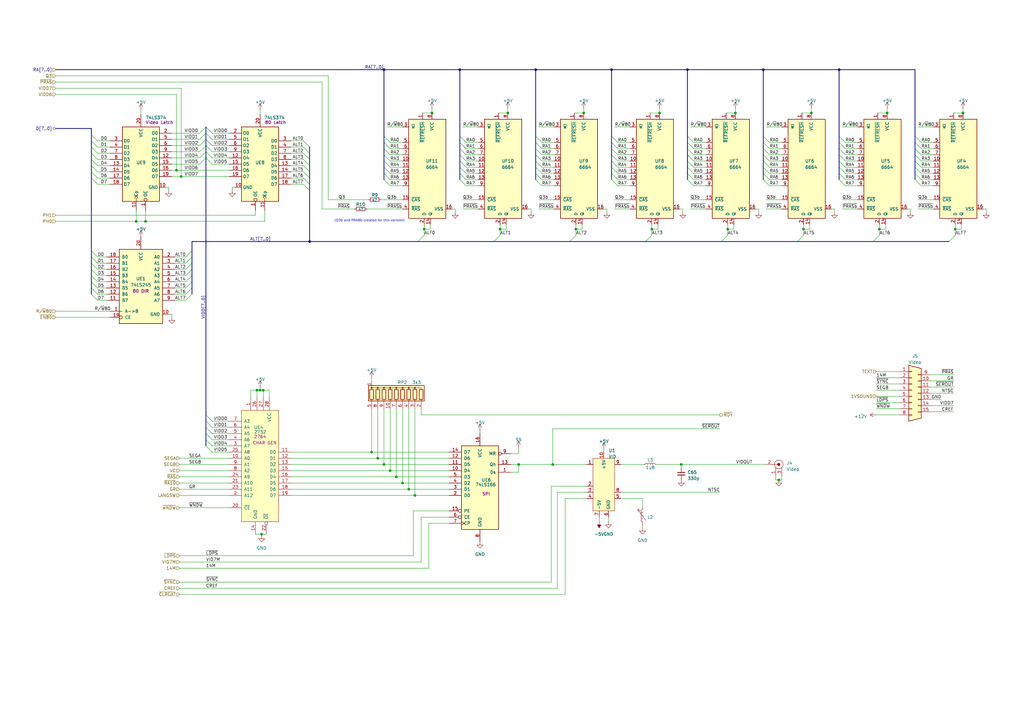
<source format=kicad_sch>
(kicad_sch (version 20231120) (generator "eeschema") (generator_version "8.0")
  (paper "A3")
  (title_block (title "Video And Aux RAM") (date "2023-05-05") (rev "2") (company "bald.ee/bitpreserve") (comment 1 "Apple IIc ROM255"))
  (junction (at 165.1 198.12))
  (junction (at 157.48 190.5))
  (junction (at 160.02 193.04))
  (junction (at 157.48 28.575))
  (junction (at 188.595 28.575))
  (junction (at 363.855 46.355))
  (junction (at 107.315 219.075))
  (junction (at 250.825 28.575))
  (junction (at 154.94 187.96))
  (junction (at 127 99.06))
  (junction (at 267.335 93.98))
  (junction (at 298.45 93.98))
  (junction (at 107.95 160.02))
  (junction (at 279.4 190.5))
  (junction (at 236.22 93.98))
  (junction (at 72.39 69.85))
  (junction (at 313.055 28.575))
  (junction (at 59.69 90.805))
  (junction (at 74.295 72.39))
  (junction (at 391.795 93.98))
  (junction (at 170.18 203.2))
  (junction (at 152.4 185.42))
  (junction (at 162.56 195.58))
  (junction (at 212.725 190.5))
  (junction (at 167.64 200.66))
  (junction (at 226.695 190.5))
  (junction (at 281.94 28.575))
  (junction (at 105.41 160.02))
  (junction (at 208.28 46.355))
  (junction (at 219.71 28.575))
  (junction (at 394.97 46.355))
  (junction (at 270.51 46.355))
  (junction (at 319.405 196.85))
  (junction (at 329.565 93.98))
  (junction (at 301.625 46.355))
  (junction (at 205.105 93.98))
  (junction (at 106.68 160.02))
  (junction (at 360.68 93.98))
  (junction (at 55.88 90.805))
  (junction (at 239.395 46.355))
  (junction (at 173.99 93.98))
  (junction (at 344.17 28.575))
  (junction (at 177.165 46.355))
  (junction (at 332.74 46.355))
  (bus_entry (at 250.825 68.58) (size 2.54 2.54))
  (bus_entry (at 344.17 71.12) (size 2.54 2.54))
  (bus_entry (at 124.46 62.865) (size 2.54 2.54))
  (bus_entry (at 219.71 55.88) (size 2.54 2.54))
  (bus_entry (at 37.465 57.785) (size 2.54 2.54))
  (bus_entry (at 281.94 71.12) (size 2.54 2.54))
  (bus_entry (at 188.595 60.96) (size 2.54 2.54))
  (bus_entry (at 344.17 68.58) (size 2.54 2.54))
  (bus_entry (at 188.595 71.12) (size 2.54 2.54))
  (bus_entry (at 37.465 105.41) (size 2.54 2.54))
  (bus_entry (at 84.455 177.8) (size 2.54 2.54))
  (bus_entry (at 313.055 71.12) (size 2.54 2.54))
  (bus_entry (at 250.825 60.96) (size 2.54 2.54))
  (bus_entry (at 250.825 58.42) (size 2.54 2.54))
  (bus_entry (at 375.285 58.42) (size 2.54 2.54))
  (bus_entry (at 157.48 60.96) (size 2.54 2.54))
  (bus_entry (at 37.465 115.57) (size 2.54 2.54))
  (bus_entry (at 219.71 63.5) (size 2.54 2.54))
  (bus_entry (at 188.595 63.5) (size 2.54 2.54))
  (bus_entry (at 219.71 60.96) (size 2.54 2.54))
  (bus_entry (at 157.48 66.04) (size 2.54 2.54))
  (bus_entry (at 37.465 118.11) (size 2.54 2.54))
  (bus_entry (at 313.055 63.5) (size 2.54 2.54))
  (bus_entry (at 81.915 62.23) (size 2.54 -2.54))
  (bus_entry (at 37.465 102.87) (size 2.54 2.54))
  (bus_entry (at 157.48 73.66) (size 2.54 2.54))
  (bus_entry (at 157.48 55.88) (size 2.54 2.54))
  (bus_entry (at 37.465 62.865) (size 2.54 2.54))
  (bus_entry (at 37.465 70.485) (size 2.54 2.54))
  (bus_entry (at 188.595 66.04) (size 2.54 2.54))
  (bus_entry (at 124.46 57.785) (size 2.54 2.54))
  (bus_entry (at 358.14 99.06) (size 2.54 -2.54))
  (bus_entry (at 84.455 59.69) (size 2.54 2.54))
  (bus_entry (at 389.255 99.06) (size 2.54 -2.54))
  (bus_entry (at 188.595 68.58) (size 2.54 2.54))
  (bus_entry (at 76.2 123.19) (size 2.54 -2.54))
  (bus_entry (at 84.455 172.72) (size 2.54 2.54))
  (bus_entry (at 124.46 67.945) (size 2.54 2.54))
  (bus_entry (at 313.055 58.42) (size 2.54 2.54))
  (bus_entry (at 157.48 71.12) (size 2.54 2.54))
  (bus_entry (at 84.455 175.26) (size 2.54 2.54))
  (bus_entry (at 37.465 107.95) (size 2.54 2.54))
  (bus_entry (at 281.94 68.58) (size 2.54 2.54))
  (bus_entry (at 81.915 54.61) (size 2.54 -2.54))
  (bus_entry (at 250.825 66.04) (size 2.54 2.54))
  (bus_entry (at 37.465 113.03) (size 2.54 2.54))
  (bus_entry (at 313.055 55.88) (size 2.54 2.54))
  (bus_entry (at 375.285 71.12) (size 2.54 2.54))
  (bus_entry (at 76.2 107.95) (size 2.54 -2.54))
  (bus_entry (at 188.595 55.88) (size 2.54 2.54))
  (bus_entry (at 219.71 58.42) (size 2.54 2.54))
  (bus_entry (at 157.48 68.58) (size 2.54 2.54))
  (bus_entry (at 219.71 66.04) (size 2.54 2.54))
  (bus_entry (at 37.465 55.245) (size 2.54 2.54))
  (bus_entry (at 344.17 66.04) (size 2.54 2.54))
  (bus_entry (at 281.94 60.96) (size 2.54 2.54))
  (bus_entry (at 37.465 60.325) (size 2.54 2.54))
  (bus_entry (at 157.48 63.5) (size 2.54 2.54))
  (bus_entry (at 81.915 67.31) (size 2.54 -2.54))
  (bus_entry (at 76.2 120.65) (size 2.54 -2.54))
  (bus_entry (at 84.455 62.23) (size 2.54 2.54))
  (bus_entry (at 375.285 63.5) (size 2.54 2.54))
  (bus_entry (at 124.46 70.485) (size 2.54 2.54))
  (bus_entry (at 76.2 110.49) (size 2.54 -2.54))
  (bus_entry (at 37.465 67.945) (size 2.54 2.54))
  (bus_entry (at 327.025 99.06) (size 2.54 -2.54))
  (bus_entry (at 344.17 55.88) (size 2.54 2.54))
  (bus_entry (at 81.915 57.15) (size 2.54 -2.54))
  (bus_entry (at 250.825 63.5) (size 2.54 2.54))
  (bus_entry (at 219.71 68.58) (size 2.54 2.54))
  (bus_entry (at 37.465 65.405) (size 2.54 2.54))
  (bus_entry (at 84.455 180.34) (size 2.54 2.54))
  (bus_entry (at 171.45 99.06) (size 2.54 -2.54))
  (bus_entry (at 76.2 115.57) (size 2.54 -2.54))
  (bus_entry (at 76.2 105.41) (size 2.54 -2.54))
  (bus_entry (at 188.595 73.66) (size 2.54 2.54))
  (bus_entry (at 375.285 73.66) (size 2.54 2.54))
  (bus_entry (at 219.71 73.66) (size 2.54 2.54))
  (bus_entry (at 37.465 110.49) (size 2.54 2.54))
  (bus_entry (at 313.055 60.96) (size 2.54 2.54))
  (bus_entry (at 250.825 55.88) (size 2.54 2.54))
  (bus_entry (at 81.915 59.69) (size 2.54 -2.54))
  (bus_entry (at 157.48 58.42) (size 2.54 2.54))
  (bus_entry (at 124.46 65.405) (size 2.54 2.54))
  (bus_entry (at 37.465 120.65) (size 2.54 2.54))
  (bus_entry (at 84.455 170.18) (size 2.54 2.54))
  (bus_entry (at 250.825 71.12) (size 2.54 2.54))
  (bus_entry (at 250.825 73.66) (size 2.54 2.54))
  (bus_entry (at 344.17 58.42) (size 2.54 2.54))
  (bus_entry (at 375.285 60.96) (size 2.54 2.54))
  (bus_entry (at 344.17 63.5) (size 2.54 2.54))
  (bus_entry (at 295.91 99.06) (size 2.54 -2.54))
  (bus_entry (at 84.455 52.07) (size 2.54 2.54))
  (bus_entry (at 281.94 73.66) (size 2.54 2.54))
  (bus_entry (at 313.055 73.66) (size 2.54 2.54))
  (bus_entry (at 84.455 57.15) (size 2.54 2.54))
  (bus_entry (at 375.285 68.58) (size 2.54 2.54))
  (bus_entry (at 76.2 113.03) (size 2.54 -2.54))
  (bus_entry (at 76.2 118.11) (size 2.54 -2.54))
  (bus_entry (at 202.565 99.06) (size 2.54 -2.54))
  (bus_entry (at 81.915 64.77) (size 2.54 -2.54))
  (bus_entry (at 219.71 71.12) (size 2.54 2.54))
  (bus_entry (at 344.17 60.96) (size 2.54 2.54))
  (bus_entry (at 344.17 73.66) (size 2.54 2.54))
  (bus_entry (at 188.595 58.42) (size 2.54 2.54))
  (bus_entry (at 233.68 99.06) (size 2.54 -2.54))
  (bus_entry (at 124.46 60.325) (size 2.54 2.54))
  (bus_entry (at 313.055 66.04) (size 2.54 2.54))
  (bus_entry (at 86.995 185.42) (size -2.54 -2.54))
  (bus_entry (at 264.795 99.06) (size 2.54 -2.54))
  (bus_entry (at 375.285 66.04) (size 2.54 2.54))
  (bus_entry (at 375.285 55.88) (size 2.54 2.54))
  (bus_entry (at 281.94 55.88) (size 2.54 2.54))
  (bus_entry (at 124.46 75.565) (size 2.54 2.54))
  (bus_entry (at 281.94 58.42) (size 2.54 2.54))
  (bus_entry (at 84.455 54.61) (size 2.54 2.54))
  (bus_entry (at 124.46 73.025) (size 2.54 2.54))
  (bus_entry (at 86.995 67.31) (size -2.54 -2.54))
  (bus_entry (at 281.94 66.04) (size 2.54 2.54))
  (bus_entry (at 313.055 68.58) (size 2.54 2.54))
  (bus_entry (at 281.94 63.5) (size 2.54 2.54))
  (bus_entry (at 37.465 73.025) (size 2.54 2.54))
  (wire (pts (xy 314.325 85.725) (xy 320.675 85.725)))
  (wire (pts (xy 150.495 85.725) (xy 165.1 85.725)))
  (wire (pts (xy 359.41 157.48) (xy 368.935 157.48)))
  (bus (pts (xy 127 70.485) (xy 127 73.025)))
  (wire (pts (xy 169.545 209.55) (xy 169.545 227.965)))
  (bus (pts (xy 37.465 65.405) (xy 37.465 62.865)))
  (wire (pts (xy 311.15 85.725) (xy 311.15 86.995)))
  (wire (pts (xy 106.68 160.02) (xy 107.95 160.02)))
  (bus (pts (xy 78.74 105.41) (xy 78.74 107.95)))
  (bus (pts (xy 157.48 60.96) (xy 157.48 63.5)))
  (wire (pts (xy 315.595 63.5) (xy 320.675 63.5)))
  (bus (pts (xy 127 67.945) (xy 127 70.485)))
  (bus (pts (xy 344.17 28.575) (xy 375.285 28.575)))
  (wire (pts (xy 172.72 212.09) (xy 172.72 230.505)))
  (bus (pts (xy 157.48 63.5) (xy 157.48 66.04)))
  (wire (pts (xy 253.365 71.12) (xy 258.445 71.12)))
  (bus (pts (xy 313.055 71.12) (xy 313.055 73.66)))
  (wire (pts (xy 152.4 154.94) (xy 152.4 156.21)))
  (bus (pts (xy 22.86 28.575) (xy 157.48 28.575)))
  (wire (pts (xy 329.565 93.98) (xy 329.565 92.075)))
  (bus (pts (xy 281.94 55.88) (xy 281.94 58.42)))
  (wire (pts (xy 363.22 92.075) (xy 363.22 93.98)))
  (wire (pts (xy 22.86 90.805) (xy 55.88 90.805)))
  (wire (pts (xy 235.585 46.355) (xy 239.395 46.355)))
  (wire (pts (xy 191.135 71.12) (xy 196.215 71.12)))
  (bus (pts (xy 127 75.565) (xy 127 78.105)))
  (bus (pts (xy 344.17 66.04) (xy 344.17 68.58)))
  (wire (pts (xy 86.995 54.61) (xy 93.98 54.61)))
  (bus (pts (xy 281.94 28.575) (xy 281.94 55.88)))
  (bus (pts (xy 188.595 28.575) (xy 188.595 55.88)))
  (wire (pts (xy 363.22 93.98) (xy 360.68 93.98)))
  (wire (pts (xy 160.02 68.58) (xy 165.1 68.58)))
  (wire (pts (xy 280.035 85.725) (xy 280.035 86.995)))
  (bus (pts (xy 37.465 62.865) (xy 37.465 60.325)))
  (wire (pts (xy 222.25 66.04) (xy 227.33 66.04)))
  (wire (pts (xy 184.15 212.09) (xy 172.72 212.09)))
  (wire (pts (xy 67.945 76.835) (xy 69.215 76.835)))
  (bus (pts (xy 281.94 58.42) (xy 281.94 60.96)))
  (wire (pts (xy 104.775 86.36) (xy 104.775 88.265)))
  (wire (pts (xy 40.005 123.19) (xy 43.815 123.19)))
  (wire (pts (xy 70.485 128.905) (xy 70.485 130.175)))
  (wire (pts (xy 191.135 63.5) (xy 196.215 63.5)))
  (wire (pts (xy 71.755 118.11) (xy 76.2 118.11)))
  (bus (pts (xy 188.595 63.5) (xy 188.595 66.04)))
  (wire (pts (xy 40.005 70.485) (xy 45.085 70.485)))
  (wire (pts (xy 212.725 183.515) (xy 212.725 186.055)))
  (wire (pts (xy 284.48 60.96) (xy 289.56 60.96)))
  (wire (pts (xy 216.535 85.725) (xy 217.805 85.725)))
  (bus (pts (xy 264.795 99.06) (xy 295.91 99.06)))
  (wire (pts (xy 119.38 198.12) (xy 165.1 198.12)))
  (wire (pts (xy 40.005 107.95) (xy 43.815 107.95)))
  (bus (pts (xy 188.595 66.04) (xy 188.595 68.58)))
  (wire (pts (xy 73.66 227.965) (xy 169.545 227.965)))
  (wire (pts (xy 253.365 68.58) (xy 258.445 68.58)))
  (wire (pts (xy 186.69 85.725) (xy 186.69 86.995)))
  (bus (pts (xy 37.465 113.03) (xy 37.465 110.49)))
  (wire (pts (xy 208.28 44.45) (xy 208.28 46.355)))
  (wire (pts (xy 72.39 38.735) (xy 72.39 69.85)))
  (bus (pts (xy 375.285 66.04) (xy 375.285 68.58)))
  (wire (pts (xy 70.485 64.77) (xy 81.915 64.77)))
  (bus (pts (xy 84.455 172.72) (xy 84.455 175.26)))
  (wire (pts (xy 40.005 120.65) (xy 43.815 120.65)))
  (wire (pts (xy 184.15 209.55) (xy 169.545 209.55)))
  (bus (pts (xy 37.465 107.95) (xy 37.465 105.41)))
  (wire (pts (xy 314.325 81.915) (xy 320.675 81.915)))
  (bus (pts (xy 84.455 57.15) (xy 84.455 59.69)))
  (wire (pts (xy 209.55 190.5) (xy 212.725 190.5)))
  (bus (pts (xy 37.465 118.11) (xy 37.465 115.57)))
  (wire (pts (xy 252.095 52.07) (xy 258.445 52.07)))
  (wire (pts (xy 40.005 60.325) (xy 45.085 60.325)))
  (wire (pts (xy 373.38 85.725) (xy 373.38 86.995)))
  (bus (pts (xy 22.86 52.705) (xy 37.465 52.705)))
  (wire (pts (xy 160.02 66.04) (xy 165.1 66.04)))
  (bus (pts (xy 37.465 55.245) (xy 37.465 52.705)))
  (wire (pts (xy 252.095 85.725) (xy 258.445 85.725)))
  (wire (pts (xy 175.895 214.63) (xy 175.895 233.045)))
  (wire (pts (xy 22.86 127.635) (xy 45.085 127.635)))
  (wire (pts (xy 108.585 86.36) (xy 108.585 90.805)))
  (wire (pts (xy 254.635 204.47) (xy 263.525 204.47)))
  (wire (pts (xy 284.48 68.58) (xy 289.56 68.58)))
  (wire (pts (xy 346.71 58.42) (xy 351.79 58.42)))
  (bus (pts (xy 250.825 66.04) (xy 250.825 68.58)))
  (wire (pts (xy 315.595 73.66) (xy 320.675 73.66)))
  (bus (pts (xy 171.45 99.06) (xy 202.565 99.06)))
  (bus (pts (xy 188.595 71.12) (xy 188.595 73.66)))
  (bus (pts (xy 157.48 68.58) (xy 157.48 71.12)))
  (wire (pts (xy 105.41 160.02) (xy 105.41 163.195)))
  (wire (pts (xy 73.66 203.2) (xy 93.98 203.2)))
  (wire (pts (xy 376.555 81.915) (xy 382.905 81.915)))
  (wire (pts (xy 160.02 71.12) (xy 165.1 71.12)))
  (wire (pts (xy 269.875 92.075) (xy 269.875 93.98)))
  (wire (pts (xy 263.525 204.47) (xy 263.525 207.645)))
  (wire (pts (xy 377.825 58.42) (xy 382.905 58.42)))
  (wire (pts (xy 167.64 200.66) (xy 184.15 200.66)))
  (wire (pts (xy 69.215 76.835) (xy 69.215 78.105)))
  (wire (pts (xy 160.02 63.5) (xy 165.1 63.5)))
  (wire (pts (xy 70.485 57.15) (xy 81.915 57.15)))
  (bus (pts (xy 127 73.025) (xy 127 75.565)))
  (wire (pts (xy 73.66 187.96) (xy 93.98 187.96)))
  (wire (pts (xy 70.485 69.85) (xy 72.39 69.85)))
  (wire (pts (xy 345.44 85.725) (xy 351.79 85.725)))
  (wire (pts (xy 270.51 44.45) (xy 270.51 46.355)))
  (wire (pts (xy 86.995 67.31) (xy 93.98 67.31)))
  (wire (pts (xy 381.635 156.21) (xy 391.16 156.21)))
  (wire (pts (xy 71.755 123.19) (xy 76.2 123.19)))
  (wire (pts (xy 269.875 93.98) (xy 267.335 93.98)))
  (wire (pts (xy 394.97 44.45) (xy 394.97 46.355)))
  (wire (pts (xy 249.555 212.09) (xy 249.555 213.995)))
  (wire (pts (xy 226.06 199.39) (xy 226.06 238.76)))
  (wire (pts (xy 191.135 58.42) (xy 196.215 58.42)))
  (wire (pts (xy 377.825 73.66) (xy 382.905 73.66)))
  (wire (pts (xy 170.18 203.2) (xy 184.15 203.2)))
  (wire (pts (xy 40.005 65.405) (xy 45.085 65.405)))
  (wire (pts (xy 231.775 204.47) (xy 240.665 204.47)))
  (wire (pts (xy 74.295 72.39) (xy 74.295 36.195)))
  (wire (pts (xy 119.38 75.565) (xy 124.46 75.565)))
  (bus (pts (xy 84.455 170.18) (xy 84.455 172.72)))
  (bus (pts (xy 78.74 110.49) (xy 78.74 113.03)))
  (wire (pts (xy 301.625 44.45) (xy 301.625 46.355)))
  (bus (pts (xy 219.71 60.96) (xy 219.71 63.5)))
  (bus (pts (xy 250.825 71.12) (xy 250.825 73.66)))
  (wire (pts (xy 73.66 233.045) (xy 175.895 233.045)))
  (bus (pts (xy 250.825 28.575) (xy 250.825 55.88)))
  (wire (pts (xy 217.805 85.725) (xy 217.805 86.995)))
  (wire (pts (xy 185.42 85.725) (xy 186.69 85.725)))
  (wire (pts (xy 102.87 160.02) (xy 105.41 160.02)))
  (bus (pts (xy 313.055 60.96) (xy 313.055 63.5)))
  (wire (pts (xy 376.555 52.07) (xy 382.905 52.07)))
  (wire (pts (xy 220.98 85.725) (xy 227.33 85.725)))
  (bus (pts (xy 127 99.06) (xy 171.45 99.06)))
  (wire (pts (xy 207.645 92.075) (xy 207.645 93.98)))
  (bus (pts (xy 250.825 58.42) (xy 250.825 60.96)))
  (wire (pts (xy 284.48 63.5) (xy 289.56 63.5)))
  (bus (pts (xy 313.055 55.88) (xy 313.055 58.42)))
  (wire (pts (xy 359.41 167.64) (xy 368.935 167.64)))
  (wire (pts (xy 22.86 33.655) (xy 132.08 33.655)))
  (wire (pts (xy 86.995 62.23) (xy 93.98 62.23)))
  (wire (pts (xy 119.38 65.405) (xy 124.46 65.405)))
  (wire (pts (xy 86.995 177.8) (xy 93.98 177.8)))
  (wire (pts (xy 189.865 52.07) (xy 196.215 52.07)))
  (wire (pts (xy 359.41 154.94) (xy 368.935 154.94)))
  (wire (pts (xy 220.98 52.07) (xy 227.33 52.07)))
  (bus (pts (xy 37.465 60.325) (xy 37.465 57.785)))
  (wire (pts (xy 279.4 190.5) (xy 279.4 191.77)))
  (bus (pts (xy 78.74 115.57) (xy 78.74 118.11)))
  (wire (pts (xy 314.325 52.07) (xy 320.675 52.07)))
  (wire (pts (xy 86.995 182.88) (xy 93.98 182.88)))
  (wire (pts (xy 176.53 93.98) (xy 173.99 93.98)))
  (wire (pts (xy 86.995 180.34) (xy 93.98 180.34)))
  (wire (pts (xy 254.635 201.93) (xy 295.275 201.93)))
  (wire (pts (xy 71.755 105.41) (xy 76.2 105.41)))
  (wire (pts (xy 320.675 196.85) (xy 319.405 196.85)))
  (wire (pts (xy 160.02 193.04) (xy 184.15 193.04)))
  (wire (pts (xy 107.95 160.02) (xy 110.49 160.02)))
  (bus (pts (xy 37.465 57.785) (xy 37.465 55.245)))
  (bus (pts (xy 84.455 175.26) (xy 84.455 177.8)))
  (wire (pts (xy 191.135 66.04) (xy 196.215 66.04)))
  (wire (pts (xy 106.68 158.75) (xy 106.68 160.02)))
  (wire (pts (xy 212.725 193.675) (xy 212.725 190.5)))
  (wire (pts (xy 73.66 230.505) (xy 172.72 230.505)))
  (wire (pts (xy 154.94 167.64) (xy 154.94 187.96)))
  (wire (pts (xy 172.72 170.18) (xy 295.275 170.18)))
  (wire (pts (xy 381.635 153.67) (xy 391.16 153.67)))
  (wire (pts (xy 247.65 184.15) (xy 247.65 185.42)))
  (bus (pts (xy 375.285 55.88) (xy 375.285 58.42)))
  (wire (pts (xy 73.66 198.12) (xy 93.98 198.12)))
  (wire (pts (xy 191.135 68.58) (xy 196.215 68.58)))
  (wire (pts (xy 162.56 195.58) (xy 184.15 195.58)))
  (wire (pts (xy 73.66 243.84) (xy 231.775 243.84)))
  (wire (pts (xy 298.45 93.98) (xy 298.45 96.52)))
  (wire (pts (xy 226.06 199.39) (xy 240.665 199.39)))
  (bus (pts (xy 344.17 58.42) (xy 344.17 60.96)))
  (bus (pts (xy 344.17 28.575) (xy 344.17 55.88)))
  (wire (pts (xy 226.695 190.5) (xy 226.695 175.895)))
  (wire (pts (xy 55.88 86.36) (xy 55.88 90.805)))
  (wire (pts (xy 40.005 57.785) (xy 45.085 57.785)))
  (bus (pts (xy 295.91 99.06) (xy 327.025 99.06)))
  (wire (pts (xy 160.02 73.66) (xy 165.1 73.66)))
  (wire (pts (xy 222.25 76.2) (xy 227.33 76.2)))
  (wire (pts (xy 157.48 190.5) (xy 184.15 190.5)))
  (bus (pts (xy 313.055 28.575) (xy 313.055 55.88)))
  (wire (pts (xy 157.48 167.64) (xy 157.48 190.5)))
  (bus (pts (xy 375.285 28.575) (xy 375.285 55.88)))
  (wire (pts (xy 86.995 57.15) (xy 93.98 57.15)))
  (wire (pts (xy 345.44 81.915) (xy 351.79 81.915)))
  (bus (pts (xy 281.94 60.96) (xy 281.94 63.5)))
  (wire (pts (xy 309.88 85.725) (xy 311.15 85.725)))
  (wire (pts (xy 332.105 93.98) (xy 329.565 93.98)))
  (bus (pts (xy 375.285 71.12) (xy 375.285 73.66)))
  (wire (pts (xy 40.005 73.025) (xy 45.085 73.025)))
  (wire (pts (xy 283.21 52.07) (xy 289.56 52.07)))
  (wire (pts (xy 209.55 186.055) (xy 212.725 186.055)))
  (wire (pts (xy 73.66 195.58) (xy 93.98 195.58)))
  (wire (pts (xy 226.695 175.895) (xy 295.275 175.895)))
  (wire (pts (xy 248.92 85.725) (xy 248.92 86.995)))
  (bus (pts (xy 188.595 68.58) (xy 188.595 71.12)))
  (bus (pts (xy 188.595 55.88) (xy 188.595 58.42)))
  (bus (pts (xy 219.71 58.42) (xy 219.71 60.96)))
  (wire (pts (xy 253.365 73.66) (xy 258.445 73.66)))
  (bus (pts (xy 157.48 55.88) (xy 157.48 58.42)))
  (wire (pts (xy 22.86 31.115) (xy 134.62 31.115)))
  (wire (pts (xy 345.44 52.07) (xy 351.79 52.07)))
  (bus (pts (xy 281.94 68.58) (xy 281.94 71.12)))
  (wire (pts (xy 162.56 167.64) (xy 162.56 195.58)))
  (bus (pts (xy 219.71 28.575) (xy 219.71 55.88)))
  (wire (pts (xy 346.71 73.66) (xy 351.79 73.66)))
  (wire (pts (xy 86.995 185.42) (xy 93.98 185.42)))
  (bus (pts (xy 37.465 105.41) (xy 37.465 102.87)))
  (wire (pts (xy 236.22 93.98) (xy 236.22 92.075)))
  (wire (pts (xy 377.825 76.2) (xy 382.905 76.2)))
  (wire (pts (xy 394.335 92.075) (xy 394.335 93.98)))
  (bus (pts (xy 127 62.865) (xy 127 65.405)))
  (wire (pts (xy 70.485 54.61) (xy 81.915 54.61)))
  (bus (pts (xy 219.71 71.12) (xy 219.71 73.66)))
  (bus (pts (xy 344.17 60.96) (xy 344.17 63.5)))
  (bus (pts (xy 219.71 55.88) (xy 219.71 58.42)))
  (bus (pts (xy 375.285 63.5) (xy 375.285 66.04)))
  (bus (pts (xy 375.285 68.58) (xy 375.285 71.12)))
  (wire (pts (xy 391.16 46.355) (xy 394.97 46.355)))
  (wire (pts (xy 284.48 58.42) (xy 289.56 58.42)))
  (wire (pts (xy 119.38 60.325) (xy 124.46 60.325)))
  (wire (pts (xy 222.25 68.58) (xy 227.33 68.58)))
  (wire (pts (xy 359.41 162.56) (xy 368.935 162.56)))
  (wire (pts (xy 372.11 85.725) (xy 373.38 85.725)))
  (wire (pts (xy 119.38 190.5) (xy 157.48 190.5)))
  (wire (pts (xy 132.08 33.655) (xy 132.08 85.725)))
  (wire (pts (xy 377.825 71.12) (xy 382.905 71.12)))
  (bus (pts (xy 250.825 28.575) (xy 281.94 28.575)))
  (wire (pts (xy 119.38 73.025) (xy 124.46 73.025)))
  (wire (pts (xy 70.485 62.23) (xy 81.915 62.23)))
  (bus (pts (xy 127 78.105) (xy 127 99.06)))
  (wire (pts (xy 283.21 85.725) (xy 289.56 85.725)))
  (wire (pts (xy 73.66 200.66) (xy 93.98 200.66)))
  (wire (pts (xy 74.295 72.39) (xy 93.98 72.39)))
  (wire (pts (xy 107.315 219.075) (xy 109.22 219.075)))
  (bus (pts (xy 188.595 58.42) (xy 188.595 60.96)))
  (bus (pts (xy 281.94 66.04) (xy 281.94 68.58)))
  (wire (pts (xy 177.165 44.45) (xy 177.165 46.355)))
  (bus (pts (xy 281.94 71.12) (xy 281.94 73.66)))
  (wire (pts (xy 253.365 66.04) (xy 258.445 66.04)))
  (wire (pts (xy 104.775 219.075) (xy 107.315 219.075)))
  (wire (pts (xy 269.24 190.5) (xy 279.4 190.5)))
  (wire (pts (xy 173.355 46.355) (xy 177.165 46.355)))
  (wire (pts (xy 69.215 128.905) (xy 70.485 128.905)))
  (wire (pts (xy 95.25 76.835) (xy 95.25 78.105)))
  (wire (pts (xy 59.69 90.805) (xy 108.585 90.805)))
  (wire (pts (xy 228.6 201.93) (xy 240.665 201.93)))
  (wire (pts (xy 191.135 60.96) (xy 196.215 60.96)))
  (wire (pts (xy 332.74 44.45) (xy 332.74 46.355)))
  (wire (pts (xy 71.755 107.95) (xy 76.2 107.95)))
  (wire (pts (xy 297.815 46.355) (xy 301.625 46.355)))
  (wire (pts (xy 284.48 76.2) (xy 289.56 76.2)))
  (bus (pts (xy 84.455 52.07) (xy 84.455 54.61)))
  (wire (pts (xy 40.005 105.41) (xy 43.815 105.41)))
  (bus (pts (xy 250.825 68.58) (xy 250.825 71.12)))
  (wire (pts (xy 328.93 46.355) (xy 332.74 46.355)))
  (wire (pts (xy 191.135 76.2) (xy 196.215 76.2)))
  (wire (pts (xy 381.635 161.29) (xy 391.16 161.29)))
  (bus (pts (xy 313.055 63.5) (xy 313.055 66.04)))
  (wire (pts (xy 86.995 59.69) (xy 93.98 59.69)))
  (wire (pts (xy 284.48 66.04) (xy 289.56 66.04)))
  (wire (pts (xy 239.395 44.45) (xy 239.395 46.355)))
  (bus (pts (xy 37.465 73.025) (xy 37.465 70.485)))
  (bus (pts (xy 37.465 70.485) (xy 37.465 67.945)))
  (wire (pts (xy 394.335 93.98) (xy 391.795 93.98)))
  (wire (pts (xy 381.635 163.83) (xy 386.08 163.83)))
  (wire (pts (xy 220.98 81.915) (xy 227.33 81.915)))
  (wire (pts (xy 189.865 85.725) (xy 196.215 85.725)))
  (wire (pts (xy 154.94 187.96) (xy 184.15 187.96)))
  (wire (pts (xy 119.38 62.865) (xy 124.46 62.865)))
  (wire (pts (xy 152.4 167.64) (xy 152.4 185.42)))
  (wire (pts (xy 377.825 66.04) (xy 382.905 66.04)))
  (wire (pts (xy 253.365 76.2) (xy 258.445 76.2)))
  (wire (pts (xy 173.99 93.98) (xy 173.99 92.075)))
  (wire (pts (xy 22.86 130.175) (xy 45.085 130.175)))
  (bus (pts (xy 188.595 60.96) (xy 188.595 63.5)))
  (wire (pts (xy 267.335 93.98) (xy 267.335 92.075)))
  (wire (pts (xy 284.48 71.12) (xy 289.56 71.12)))
  (bus (pts (xy 127 60.325) (xy 127 62.865)))
  (wire (pts (xy 158.75 52.07) (xy 165.1 52.07)))
  (wire (pts (xy 238.76 93.98) (xy 236.22 93.98)))
  (wire (pts (xy 156.21 81.915) (xy 165.1 81.915)))
  (wire (pts (xy 170.18 167.64) (xy 170.18 203.2)))
  (wire (pts (xy 205.105 93.98) (xy 205.105 92.075)))
  (wire (pts (xy 360.045 46.355) (xy 363.855 46.355)))
  (bus (pts (xy 37.465 102.87) (xy 37.465 73.025)))
  (wire (pts (xy 71.755 110.49) (xy 76.2 110.49)))
  (wire (pts (xy 315.595 68.58) (xy 320.675 68.58)))
  (wire (pts (xy 346.71 68.58) (xy 351.79 68.58)))
  (wire (pts (xy 391.795 93.98) (xy 391.795 92.075)))
  (wire (pts (xy 346.71 60.96) (xy 351.79 60.96)))
  (bus (pts (xy 84.455 177.8) (xy 84.455 180.34)))
  (wire (pts (xy 119.38 67.945) (xy 124.46 67.945)))
  (bus (pts (xy 358.14 99.06) (xy 389.255 99.06)))
  (wire (pts (xy 279.4 190.5) (xy 314.325 190.5)))
  (wire (pts (xy 245.745 212.09) (xy 245.745 213.995)))
  (wire (pts (xy 119.38 57.785) (xy 124.46 57.785)))
  (bus (pts (xy 157.48 28.575) (xy 188.595 28.575)))
  (wire (pts (xy 253.365 58.42) (xy 258.445 58.42)))
  (wire (pts (xy 132.08 85.725) (xy 145.415 85.725)))
  (bus (pts (xy 219.71 28.575) (xy 250.825 28.575)))
  (bus (pts (xy 281.94 28.575) (xy 313.055 28.575)))
  (bus (pts (xy 157.48 66.04) (xy 157.48 68.58)))
  (wire (pts (xy 160.02 60.96) (xy 165.1 60.96)))
  (wire (pts (xy 346.71 66.04) (xy 351.79 66.04)))
  (wire (pts (xy 22.86 36.195) (xy 74.295 36.195)))
  (wire (pts (xy 376.555 85.725) (xy 382.905 85.725)))
  (wire (pts (xy 377.825 68.58) (xy 382.905 68.58)))
  (wire (pts (xy 40.005 113.03) (xy 43.815 113.03)))
  (bus (pts (xy 250.825 60.96) (xy 250.825 63.5)))
  (bus (pts (xy 37.465 67.945) (xy 37.465 65.405)))
  (wire (pts (xy 252.095 81.915) (xy 258.445 81.915)))
  (wire (pts (xy 55.88 90.805) (xy 59.69 90.805)))
  (wire (pts (xy 205.105 93.98) (xy 205.105 96.52)))
  (wire (pts (xy 165.1 198.12) (xy 184.15 198.12)))
  (bus (pts (xy 281.94 63.5) (xy 281.94 66.04)))
  (wire (pts (xy 342.265 85.725) (xy 342.265 86.995)))
  (wire (pts (xy 152.4 185.42) (xy 184.15 185.42)))
  (wire (pts (xy 119.38 195.58) (xy 162.56 195.58)))
  (bus (pts (xy 127 65.405) (xy 127 67.945)))
  (wire (pts (xy 167.64 167.64) (xy 167.64 200.66)))
  (wire (pts (xy 381.635 158.75) (xy 391.16 158.75)))
  (wire (pts (xy 57.785 45.085) (xy 57.785 46.99)))
  (wire (pts (xy 381.635 168.91) (xy 391.16 168.91)))
  (wire (pts (xy 96.52 76.835) (xy 95.25 76.835)))
  (wire (pts (xy 134.62 31.115) (xy 134.62 81.915)))
  (wire (pts (xy 278.765 85.725) (xy 280.035 85.725)))
  (wire (pts (xy 377.825 60.96) (xy 382.905 60.96)))
  (wire (pts (xy 403.225 85.725) (xy 404.495 85.725)))
  (bus (pts (xy 78.74 113.03) (xy 78.74 115.57)))
  (wire (pts (xy 73.66 190.5) (xy 93.98 190.5)))
  (wire (pts (xy 71.755 113.03) (xy 76.2 113.03)))
  (wire (pts (xy 363.855 44.45) (xy 363.855 46.355)))
  (bus (pts (xy 375.285 60.96) (xy 375.285 63.5)))
  (bus (pts (xy 37.465 120.65) (xy 37.465 118.11)))
  (bus (pts (xy 313.055 68.58) (xy 313.055 71.12)))
  (bus (pts (xy 37.465 110.49) (xy 37.465 107.95)))
  (wire (pts (xy 359.41 152.4) (xy 368.935 152.4)))
  (bus (pts (xy 84.455 59.69) (xy 84.455 62.23)))
  (wire (pts (xy 315.595 71.12) (xy 320.675 71.12)))
  (wire (pts (xy 119.38 193.04) (xy 160.02 193.04)))
  (wire (pts (xy 40.005 110.49) (xy 43.815 110.49)))
  (wire (pts (xy 59.69 86.36) (xy 59.69 90.805)))
  (bus (pts (xy 344.17 68.58) (xy 344.17 71.12)))
  (wire (pts (xy 72.39 69.85) (xy 93.98 69.85)))
  (wire (pts (xy 209.55 193.675) (xy 212.725 193.675)))
  (wire (pts (xy 253.365 60.96) (xy 258.445 60.96)))
  (bus (pts (xy 78.74 118.11) (xy 78.74 120.65)))
  (bus (pts (xy 84.455 64.77) (xy 84.455 170.18)))
  (wire (pts (xy 283.21 81.915) (xy 289.56 81.915)))
  (wire (pts (xy 40.005 115.57) (xy 43.815 115.57)))
  (bus (pts (xy 78.74 107.95) (xy 78.74 110.49)))
  (bus (pts (xy 344.17 55.88) (xy 344.17 58.42)))
  (wire (pts (xy 253.365 63.5) (xy 258.445 63.5)))
  (wire (pts (xy 222.25 73.66) (xy 227.33 73.66)))
  (bus (pts (xy 327.025 99.06) (xy 358.14 99.06)))
  (wire (pts (xy 298.45 93.98) (xy 298.45 92.075)))
  (bus (pts (xy 250.825 63.5) (xy 250.825 66.04)))
  (wire (pts (xy 119.38 187.96) (xy 154.94 187.96)))
  (wire (pts (xy 247.65 85.725) (xy 248.92 85.725)))
  (wire (pts (xy 346.71 71.12) (xy 351.79 71.12)))
  (wire (pts (xy 70.485 72.39) (xy 74.295 72.39)))
  (wire (pts (xy 315.595 58.42) (xy 320.675 58.42)))
  (wire (pts (xy 70.485 67.31) (xy 81.915 67.31)))
  (wire (pts (xy 226.695 190.5) (xy 240.665 190.5)))
  (bus (pts (xy 344.17 63.5) (xy 344.17 66.04)))
  (wire (pts (xy 40.005 62.865) (xy 45.085 62.865)))
  (wire (pts (xy 119.38 70.485) (xy 124.46 70.485)))
  (wire (pts (xy 40.005 118.11) (xy 43.815 118.11)))
  (wire (pts (xy 222.25 71.12) (xy 227.33 71.12)))
  (wire (pts (xy 207.645 93.98) (xy 205.105 93.98)))
  (wire (pts (xy 173.99 93.98) (xy 173.99 96.52)))
  (wire (pts (xy 86.995 64.77) (xy 93.98 64.77)))
  (wire (pts (xy 110.49 160.02) (xy 110.49 163.195)))
  (bus (pts (xy 313.055 66.04) (xy 313.055 68.58)))
  (wire (pts (xy 315.595 66.04) (xy 320.675 66.04)))
  (wire (pts (xy 254.635 190.5) (xy 264.16 190.5)))
  (bus (pts (xy 219.71 63.5) (xy 219.71 66.04)))
  (bus (pts (xy 84.455 62.23) (xy 84.455 64.77)))
  (bus (pts (xy 84.455 54.61) (xy 84.455 57.15)))
  (wire (pts (xy 238.76 92.075) (xy 238.76 93.98)))
  (wire (pts (xy 318.135 194.945) (xy 318.135 196.85)))
  (bus (pts (xy 157.48 58.42) (xy 157.48 60.96)))
  (wire (pts (xy 71.755 115.57) (xy 76.2 115.57)))
  (wire (pts (xy 160.02 58.42) (xy 165.1 58.42)))
  (wire (pts (xy 107.315 219.075) (xy 107.315 219.71)))
  (wire (pts (xy 263.525 215.265) (xy 263.525 216.535)))
  (wire (pts (xy 71.755 120.65) (xy 76.2 120.65)))
  (bus (pts (xy 188.595 28.575) (xy 219.71 28.575)))
  (wire (pts (xy 105.41 160.02) (xy 106.68 160.02)))
  (bus (pts (xy 219.71 66.04) (xy 219.71 68.58)))
  (wire (pts (xy 284.48 73.66) (xy 289.56 73.66)))
  (wire (pts (xy 204.47 46.355) (xy 208.28 46.355)))
  (wire (pts (xy 359.41 160.02) (xy 368.935 160.02)))
  (wire (pts (xy 86.995 172.72) (xy 93.98 172.72)))
  (wire (pts (xy 22.86 38.735) (xy 72.39 38.735)))
  (wire (pts (xy 73.66 193.04) (xy 93.98 193.04)))
  (wire (pts (xy 160.02 76.2) (xy 165.1 76.2)))
  (wire (pts (xy 119.38 203.2) (xy 170.18 203.2)))
  (bus (pts (xy 127 99.06) (xy 78.74 99.06)))
  (wire (pts (xy 231.775 243.84) (xy 231.775 204.47)))
  (wire (pts (xy 22.86 88.265) (xy 104.775 88.265)))
  (wire (pts (xy 165.1 167.64) (xy 165.1 198.12)))
  (wire (pts (xy 184.15 214.63) (xy 175.895 214.63)))
  (bus (pts (xy 157.48 28.575) (xy 157.48 55.88)))
  (wire (pts (xy 222.25 60.96) (xy 227.33 60.96)))
  (wire (pts (xy 267.335 93.98) (xy 267.335 96.52)))
  (wire (pts (xy 360.68 93.98) (xy 360.68 92.075)))
  (bus (pts (xy 233.68 99.06) (xy 264.795 99.06)))
  (wire (pts (xy 176.53 92.075) (xy 176.53 93.98)))
  (wire (pts (xy 70.485 59.69) (xy 81.915 59.69)))
  (bus (pts (xy 344.17 71.12) (xy 344.17 73.66)))
  (wire (pts (xy 228.6 201.93) (xy 228.6 241.3)))
  (wire (pts (xy 73.66 238.76) (xy 226.06 238.76)))
  (wire (pts (xy 222.25 63.5) (xy 227.33 63.5)))
  (wire (pts (xy 359.41 170.18) (xy 368.935 170.18)))
  (wire (pts (xy 119.38 185.42) (xy 152.4 185.42)))
  (wire (pts (xy 377.825 63.5) (xy 382.905 63.5)))
  (wire (pts (xy 340.995 85.725) (xy 342.265 85.725)))
  (wire (pts (xy 119.38 200.66) (xy 167.64 200.66)))
  (bus (pts (xy 313.055 28.575) (xy 344.17 28.575)))
  (wire (pts (xy 134.62 81.915) (xy 151.13 81.915)))
  (bus (pts (xy 84.455 180.34) (xy 84.455 182.88)))
  (wire (pts (xy 391.795 93.98) (xy 391.795 96.52)))
  (wire (pts (xy 266.7 46.355) (xy 270.51 46.355)))
  (wire (pts (xy 332.105 92.075) (xy 332.105 93.98)))
  (wire (pts (xy 102.87 160.02) (xy 102.87 163.195)))
  (wire (pts (xy 107.95 160.02) (xy 107.95 163.195)))
  (wire (pts (xy 300.99 92.075) (xy 300.99 93.98)))
  (bus (pts (xy 219.71 68.58) (xy 219.71 71.12)))
  (wire (pts (xy 315.595 60.96) (xy 320.675 60.96)))
  (bus (pts (xy 202.565 99.06) (xy 233.68 99.06)))
  (wire (pts (xy 318.135 196.85) (xy 319.405 196.85)))
  (bus (pts (xy 250.825 55.88) (xy 250.825 58.42)))
  (wire (pts (xy 315.595 76.2) (xy 320.675 76.2)))
  (wire (pts (xy 404.495 85.725) (xy 404.495 86.995)))
  (bus (pts (xy 375.285 58.42) (xy 375.285 60.96)))
  (wire (pts (xy 320.675 194.945) (xy 320.675 196.85)))
  (wire (pts (xy 73.66 241.3) (xy 228.6 241.3)))
  (wire (pts (xy 86.995 175.26) (xy 93.98 175.26)))
  (bus (pts (xy 78.74 99.06) (xy 78.74 102.87)))
  (bus (pts (xy 78.74 102.87) (xy 78.74 105.41)))
  (wire (pts (xy 222.25 58.42) (xy 227.33 58.42)))
  (wire (pts (xy 346.71 63.5) (xy 351.79 63.5)))
  (wire (pts (xy 160.02 167.64) (xy 160.02 193.04)))
  (wire (pts (xy 40.005 67.945) (xy 45.085 67.945)))
  (wire (pts (xy 212.725 190.5) (xy 226.695 190.5)))
  (wire (pts (xy 360.68 93.98) (xy 360.68 96.52)))
  (wire (pts (xy 329.565 93.98) (xy 329.565 96.52)))
  (wire (pts (xy 40.005 75.565) (xy 45.085 75.565)))
  (wire (pts (xy 196.85 176.53) (xy 196.85 177.8)))
  (wire (pts (xy 189.865 81.915) (xy 196.215 81.915)))
  (wire (pts (xy 346.71 76.2) (xy 351.79 76.2)))
  (bus (pts (xy 313.055 58.42) (xy 313.055 60.96)))
  (wire (pts (xy 172.72 170.18) (xy 172.72 167.64)))
  (wire (pts (xy 106.68 45.085) (xy 106.68 46.99)))
  (wire (pts (xy 236.22 93.98) (xy 236.22 96.52)))
  (wire (pts (xy 300.99 93.98) (xy 298.45 93.98)))
  (bus (pts (xy 157.48 71.12) (xy 157.48 73.66)))
  (wire (pts (xy 191.135 73.66) (xy 196.215 73.66)))
  (wire (pts (xy 73.66 208.28) (xy 93.98 208.28)))
  (bus (pts (xy 37.465 115.57) (xy 37.465 113.03)))
  (wire (pts (xy 359.41 165.1) (xy 368.935 165.1)))
  (wire (pts (xy 381.635 166.37) (xy 391.16 166.37)))
  (text "(Q3b and PRABb created for this version)" (at 137.16 91.44 0) (effects (font (size 1 1)) (justify left bottom)))
  (label "~{PRASb}" (at 189.865 85.725 0))
  (label "R{slash}~{W}80" (at 252.095 52.07 0))
  (label "RA6" (at 222.25 73.66 0))
  (label "VIDD7" (at 81.28 72.39 180))
  (label "ALT1" (at 205.105 96.52 0))
  (label "R{slash}~{W}80" (at 220.98 52.07 0))
  (label "RA6" (at 377.825 73.66 0))
  (label "VIDD4" (at 81.28 64.77 180))
  (label "RA7" (at 191.135 76.2 0))
  (label "VIDD4" (at 87.63 182.88 0))
  (label "RA2" (at 160.02 63.5 0))
  (label "RA4" (at 284.48 68.58 0))
  (label "~{SEROUT}" (at 391.16 158.75 180))
  (label "GND" (at 386.08 163.83 180))
  (label "~{PRASb}" (at 252.095 85.725 0))
  (label "VIDD5" (at 87.63 67.31 0))
  (label "VIDD2" (at 81.28 59.69 180))
  (label "VIDD6" (at 81.28 69.85 180))
  (label "RA2" (at 253.365 63.5 0))
  (label "R{slash}~{W}80" (at 38.735 127.635 0))
  (label "R{slash}~{W}80" (at 376.555 52.07 0))
  (label "VIDD1" (at 87.63 57.15 0))
  (label "~{PRAS}" (at 143.51 85.725 180))
  (label "D2" (at 41.275 62.865 0))
  (label "RA4" (at 160.02 68.58 0))
  (label "R{slash}~{W}80" (at 314.325 52.07 0))
  (label "ALT0" (at 124.46 57.785 180))
  (label "R{slash}~{W}80" (at 345.44 52.07 0))
  (label "~{PRASb}" (at 345.44 85.725 0))
  (label "D7" (at 41.275 75.565 0))
  (label "RA6" (at 253.365 73.66 0))
  (label "RA6" (at 346.71 73.66 0))
  (label "ALT7" (at 391.795 96.52 0))
  (label "RA0" (at 191.135 58.42 0))
  (label "VIDD3" (at 81.28 62.23 180))
  (label "VIDD5" (at 81.28 67.31 180))
  (label "RA3" (at 346.71 66.04 0))
  (label "~{PRASb}" (at 376.555 85.725 0))
  (label "VIDD[7..0]" (at 84.455 130.81 90))
  (label "ALT1" (at 76.2 107.95 180))
  (label "GR" (at 77.47 200.66 0))
  (label "D1" (at 40.005 107.95 0))
  (label "RA3" (at 377.825 66.04 0))
  (label "RA4" (at 377.825 68.58 0))
  (label "RA5" (at 191.135 71.12 0))
  (label "VIDD0" (at 87.63 54.61 0))
  (label "ALT5" (at 329.565 96.52 0))
  (label "RA6" (at 315.595 73.66 0))
  (label "VIDD2" (at 87.63 177.8 0))
  (label "RA5" (at 284.48 71.12 0))
  (label "ALT6" (at 124.46 73.025 180))
  (label "D6" (at 40.005 120.65 0))
  (label "~{LDPS}" (at 359.41 165.1 0))
  (label "RA1" (at 284.48 60.96 0))
  (label "14M" (at 359.41 154.94 0))
  (label "ALT1" (at 124.46 60.325 180))
  (label "ALT2" (at 236.22 96.52 0))
  (label "ALT6" (at 76.2 120.65 180))
  (label "RA1" (at 222.25 60.96 0))
  (label "RA1" (at 191.135 60.96 0))
  (label "VIDD2" (at 87.63 59.69 0))
  (label "D4" (at 40.005 115.57 0))
  (label "RA3" (at 222.25 66.04 0))
  (label "RA0" (at 346.71 58.42 0))
  (label "NTSC" (at 391.16 161.29 180))
  (label "VIDD3" (at 87.63 62.23 0))
  (label "Q3b" (at 283.21 81.915 0))
  (label "RA1" (at 160.02 60.96 0))
  (label "ALT0" (at 173.99 96.52 0))
  (label "RA6" (at 284.48 73.66 0))
  (label "ALT3" (at 124.46 65.405 180))
  (label "RA1" (at 253.365 60.96 0))
  (label "RA2" (at 222.25 63.5 0))
  (label "RA3" (at 253.365 66.04 0))
  (label "Q3b" (at 189.865 81.915 0))
  (label "VID7M" (at 84.455 230.505 0))
  (label "D0" (at 40.005 105.41 0))
  (label "RA2" (at 377.825 63.5 0))
  (label "Q3" (at 141.605 81.915 180))
  (label "VIDD7" (at 391.16 166.37 180))
  (label "D2" (at 40.005 110.49 0))
  (label "RA4" (at 191.135 68.58 0))
  (label "RA0" (at 160.02 58.42 0))
  (label "SEGB" (at 359.41 160.02 0))
  (label "RA5" (at 222.25 71.12 0))
  (label "NTSC" (at 295.275 201.93 180))
  (label "RA5" (at 346.71 71.12 0))
  (label "RA7" (at 160.02 76.2 0))
  (label "~{PRASb}" (at 220.98 85.725 0))
  (label "~{PRASb}" (at 314.325 85.725 0))
  (label "RA4" (at 346.71 68.58 0))
  (label "RA2" (at 346.71 63.5 0))
  (label "Q3b" (at 314.325 81.915 0))
  (label "RA[7..0]" (at 157.48 28.575 180))
  (label "ALT3" (at 267.335 96.52 0))
  (label "RA3" (at 160.02 66.04 0))
  (label "ALT6" (at 360.68 96.52 0))
  (label "RA6" (at 160.02 73.66 0))
  (label "Q3b" (at 158.75 81.915 0))
  (label "RA6" (at 191.135 73.66 0))
  (label "ALT7" (at 76.2 123.19 180))
  (label "ALT5" (at 124.46 70.485 180))
  (label "~{SYNC}" (at 359.41 157.48 0))
  (label "RA5" (at 315.595 71.12 0))
  (label "RA5" (at 253.365 71.12 0))
  (label "~{PRAS}" (at 391.16 153.67 180))
  (label "R{slash}~{W}80" (at 158.75 52.07 0))
  (label "RA5" (at 160.02 71.12 0))
  (label "RA7" (at 222.25 76.2 0))
  (label "RA4" (at 315.595 68.58 0))
  (label "ALT0" (at 76.2 105.41 180))
  (label "D5" (at 40.005 118.11 0))
  (label "CREF" (at 84.455 241.3 0))
  (label "D1" (at 41.275 60.325 0))
  (label "GR" (at 391.16 156.21 180))
  (label "RA2" (at 284.48 63.5 0))
  (label "VIDD4" (at 87.63 64.77 0))
  (label "ALT2" (at 124.46 62.865 180))
  (label "ALT3" (at 76.2 113.03 180))
  (label "~{LDPS}" (at 84.455 227.965 0))
  (label "SEGB" (at 77.47 190.5 0))
  (label "RA7" (at 253.365 76.2 0))
  (label "D3" (at 41.275 65.405 0))
  (label "R{slash}~{W}80" (at 189.865 52.07 0))
  (label "VIDD0" (at 87.63 172.72 0))
  (label "D0" (at 41.275 57.785 0))
  (label "RA2" (at 315.595 63.5 0))
  (label "VIDD0" (at 81.28 54.61 180))
  (label "RA0" (at 284.48 58.42 0))
  (label "RA1" (at 377.825 60.96 0))
  (label "R{slash}~{W}80" (at 283.21 52.07 0))
  (label "VIDD1" (at 81.28 57.15 180))
  (label "ALT[7..0]" (at 111.125 99.06 180))
  (label "~{SYNC}" (at 84.455 238.76 0))
  (label "14M" (at 84.455 233.045 0))
  (label "Q3b" (at 220.98 81.915 0))
  (label "RA4" (at 253.365 68.58 0))
  (label "RA1" (at 346.71 60.96 0))
  (label "ALT7" (at 124.46 75.565 180))
  (label "RA4" (at 222.25 68.58 0))
  (label "D3" (at 40.005 113.03 0))
  (label "RA2" (at 191.135 63.5 0))
  (label "ALT4" (at 124.46 67.945 180))
  (label "Q3b" (at 376.555 81.915 0))
  (label "VIDD1" (at 87.63 175.26 0))
  (label "ALT5" (at 76.2 118.11 180))
  (label "CREF" (at 391.16 168.91 180))
  (label "D7" (at 40.005 123.19 0))
  (label "~{PRASb}" (at 158.75 85.725 0))
  (label "VIDD5" (at 87.63 185.42 0))
  (label "RA7" (at 377.825 76.2 0))
  (label "RA7" (at 346.71 76.2 0))
  (label "~{WNDW}" (at 359.41 167.64 0))
  (label "RA0" (at 253.365 58.42 0))
  (label "Q3b" (at 345.44 81.915 0))
  (label "SEGA" (at 77.47 187.96 0))
  (label "RA0" (at 315.595 58.42 0))
  (label "RA0" (at 222.25 58.42 0))
  (label "RA3" (at 284.48 66.04 0))
  (label "D5" (at 41.275 70.485 0))
  (label "VIDOUT" (at 308.61 190.5 180))
  (label "ALT2" (at 76.2 110.49 180))
  (label "RA0" (at 377.825 58.42 0))
  (label "RA7" (at 284.48 76.2 0))
  (label "D4" (at 41.275 67.945 0))
  (label "ALT4" (at 76.2 115.57 180))
  (label "~{PRASb}" (at 283.21 85.725 0))
  (label "VIDD3" (at 87.63 180.34 0))
  (label "ALT4" (at 298.45 96.52 0))
  (label "~{WNDW}" (at 77.47 208.28 0))
  (label "RA7" (at 315.595 76.2 0))
  (label "D6" (at 41.275 73.025 0))
  (label "RA5" (at 377.825 71.12 0))
  (label "Q3b" (at 252.095 81.915 0))
  (label "RA1" (at 315.595 60.96 0))
  (label "~{SEROUT}" (at 295.275 175.895 180))
  (label "RA3" (at 191.135 66.04 0))
  (label "RA3" (at 315.595 66.04 0))
  (hierarchical_label "PH1" (shape input) (at 22.86 88.265 180))
  (hierarchical_label "GR" (shape input) (at 73.66 200.66 180))
  (hierarchical_label "~{LDPS}" (shape input) (at 73.66 227.965 180))
  (hierarchical_label "1VSOUND" (shape input) (at 359.41 162.56 180))
  (hierarchical_label "RA[7..0]" (shape input) (at 22.86 28.575 180))
  (hierarchical_label "LANGSW" (shape input) (at 73.66 203.2 180))
  (hierarchical_label "SEGA" (shape input) (at 73.66 187.96 180))
  (hierarchical_label "~{RDY}" (shape output) (at 295.275 170.18 0))
  (hierarchical_label "VC" (shape input) (at 73.66 193.04 180))
  (hierarchical_label "VIDD6" (shape input) (at 22.86 38.735 180))
  (hierarchical_label "~{RAS}" (shape input) (at 73.66 195.58 180))
  (hierarchical_label "SEGB" (shape input) (at 73.66 190.5 180))
  (hierarchical_label "CREF" (shape input) (at 73.66 241.3 180))
  (hierarchical_label "~{CLRGAT}" (shape input) (at 73.66 243.84 180))
  (hierarchical_label "PH0" (shape input) (at 22.86 90.805 180))
  (hierarchical_label "~{EN80}" (shape input) (at 22.86 130.175 180))
  (hierarchical_label "R{slash}~{W}80" (shape input) (at 22.86 127.635 180))
  (hierarchical_label "Q3" (shape input) (at 22.86 31.115 180))
  (hierarchical_label "~{WNDW}" (shape input) (at 73.66 208.28 180))
  (hierarchical_label "~{SYNC}" (shape input) (at 73.66 238.76 180))
  (hierarchical_label "TEXT" (shape input) (at 359.41 152.4 180))
  (hierarchical_label "VID7M" (shape input) (at 73.66 230.505 180))
  (hierarchical_label "~{PRAS}" (shape input) (at 22.86 33.655 180))
  (hierarchical_label "D[7..0]" (shape bidirectional) (at 22.86 52.705 180))
  (hierarchical_label "14M" (shape input) (at 73.66 233.045 180))
  (hierarchical_label "~{RA10}" (shape input) (at 73.66 198.12 180))
  (hierarchical_label "VIDD7" (shape input) (at 22.86 36.195 180))
  (symbol (lib_id "Device:L_Trim") (at 263.525 211.455 0) (mirror y) (unit 1)
    (property "Reference" "L2" (at 265.43 212.09 0) (effects (justify right)))
    (property "Value" "L_Trim" (effects (hide yes)))
  )
  (symbol (lib_id "power:GND") (at 279.4 196.85 0) (unit 1)
    (property "Reference" "#PWR037" (effects (hide yes)))
    (property "Value" "GND" (effects (hide yes)))
  )
  (symbol (lib_id "power:GND") (at 404.495 86.995 0) (unit 1)
    (property "Reference" "#PWR010" (effects (hide yes)))
    (property "Value" "GND" (effects (hide yes)))
    (instances (project "Apple IIc" (path "" (reference "#PWR058") (unit 1)) (path "" (reference "#PWR010") (unit 1))))
  )
  (symbol (lib_id "power:+5V") (at 363.855 44.45 0) (unit 1)
    (property "Reference" "#PWR065" (effects (hide yes)))
    (property "Value" "+5V" (at 363.855 41.275 0))
  )
  (symbol (lib_id "power:+5V") (at 152.4 154.94 0) (unit 1)
    (property "Reference" "#PWR031" (effects (hide yes)))
    (property "Value" "+5V" (at 152.4 151.765 0))
  )
  (symbol (lib_id "power:+5V") (at 394.97 44.45 0) (unit 1)
    (property "Reference" "#PWR066" (effects (hide yes)))
    (property "Value" "+5V" (at 394.97 41.275 0))
  )
  (symbol (lib_id "Apple IIc Schematic Symbols:2732 / 2764") (at 106.68 191.135 0) (unit 1)
    (property "Reference" "UE4" (at 104.14 175.26 0) (effects (justify left)))
    (property "Value" "2732" (at 104.14 177.165 0) (effects (justify left)))
    (property "Alt_Ref" "2764" (at 106.68 179.07 0))
    (property "Name" "CHAR GEN" (at 108.585 181.61 0))
  )
  (symbol (lib_id "Apple IIc Schematic Symbols:6664") (at 175.26 69.215 0) (unit 1)
    (property "Reference" "UF11" (at 177.165 66.04 0))
    (property "Value" "6664" (at 177.165 68.58 0))
  )
  (symbol (lib_id "Apple IIc Schematic Symbols:74LS245-IIc") (at 57.785 117.475 0) (unit 1)
    (property "Reference" "UE1" (at 57.785 114.3 0))
    (property "Value" "74LS245" (at 57.785 116.84 0))
    (property "Name" "80 DIR" (at 57.785 119.38 0))
  )
  (symbol (lib_id "power:GND") (at 217.805 86.995 0) (unit 1)
    (property "Reference" "#PWR010" (effects (hide yes)))
    (property "Value" "GND" (effects (hide yes)))
    (instances (project "Apple IIc" (path "" (reference "#PWR051") (unit 1)) (path "" (reference "#PWR010") (unit 1))))
  )
  (symbol (lib_id "power:+5V") (at 247.65 184.15 0) (unit 1)
    (property "Reference" "#PWR036" (effects (hide yes)))
    (property "Value" "+5V" (at 247.65 180.975 0))
  )
  (symbol (lib_id "power:+5V") (at 239.395 44.45 0) (unit 1)
    (property "Reference" "#PWR061" (effects (hide yes)))
    (property "Value" "+5V" (at 239.395 41.275 0))
  )
  (symbol (lib_id "power:GND") (at 311.15 86.995 0) (unit 1)
    (property "Reference" "#PWR010" (effects (hide yes)))
    (property "Value" "GND" (effects (hide yes)))
    (instances (project "Apple IIc" (path "" (reference "#PWR055") (unit 1)) (path "" (reference "#PWR010") (unit 1))))
  )
  (symbol (lib_id "Apple IIc Schematic Symbols:S5") (at 212.725 183.515 0) (unit 1)
    (property "Reference" "#PWR030" (effects (hide yes)))
    (property "Value" "S5" (at 212.725 180.34 0))
  )
  (symbol (lib_id "power:GND") (at 263.525 216.535 0) (unit 1)
    (property "Reference" "#PWR038" (effects (hide yes)))
    (property "Value" "GND" (at 263.525 221.615 0))
  )
  (symbol (lib_id "Apple IIc Schematic Symbols:Apple_IIc_RCA") (at 319.405 190.5 0) (unit 1)
    (property "Reference" "J4" (at 322.58 189.9194 0) (effects (justify left)))
    (property "Value" "Video" (at 322.58 192.4594 0) (effects (justify left)))
    (property "Datasheet" " ~" (effects (hide yes)))
  )
  (symbol (lib_id "power:+5V") (at 208.28 44.45 0) (unit 1)
    (property "Reference" "#PWR060" (effects (hide yes)))
    (property "Value" "+5V" (at 208.28 41.275 0))
  )
  (symbol (lib_id "power:+5V") (at 270.51 44.45 0) (unit 1)
    (property "Reference" "#PWR062" (effects (hide yes)))
    (property "Value" "+5V" (at 270.51 41.275 0))
  )
  (symbol (lib_id "Apple IIc Schematic Symbols:6664") (at 268.605 69.215 0) (unit 1)
    (property "Reference" "UF8" (at 270.51 66.04 0))
    (property "Value" "6664" (at 271.145 68.58 0))
  )
  (symbol (lib_id "Apple IIc Schematic Symbols:R_Network_Video") (at 162.56 161.29 0) (unit 1)
    (property "Reference" "RP2" (at 167.005 156.845 0) (effects (justify right)))
    (property "Value" "3k3" (at 172.72 156.845 0) (effects (justify right)))
  )
  (symbol (lib_id "power:+5V") (at 57.785 97.155 0) (unit 1)
    (property "Reference" "#PWR072" (effects (hide yes)))
    (property "Value" "+5V" (at 57.785 93.98 0))
  )
  (symbol (lib_id "Apple IIc Schematic Symbols:6664") (at 237.49 69.215 0) (unit 1)
    (property "Reference" "UF9" (at 239.395 66.04 0))
    (property "Value" "6664" (at 240.03 68.58 0))
  )
  (symbol (lib_id "power:GND") (at 70.485 130.175 0) (unit 1)
    (property "Reference" "#PWR010" (effects (hide yes)))
    (property "Value" "GND" (effects (hide yes)))
    (instances (project "Apple IIc" (path "" (reference "#PWR070") (unit 1)) (path "" (reference "#PWR010") (unit 1))))
  )
  (symbol (lib_id "power:+5V") (at 106.68 45.085 0) (unit 1)
    (property "Reference" "#PWR067" (effects (hide yes)))
    (property "Value" "+5V" (at 106.68 41.91 0))
  )
  (symbol (lib_id "Apple IIc Schematic Symbols:VID") (at 247.65 198.755 0) (unit 1)
    (property "Reference" "U1" (at 249.6059 184.785 0) (effects (justify left)))
    (property "Value" "VID" (at 249.6059 187.325 0) (effects (justify left)))
  )
  (symbol (lib_id "power:GND") (at 69.215 78.105 0) (unit 1)
    (property "Reference" "#PWR010" (effects (hide yes)))
    (property "Value" "GND" (effects (hide yes)))
    (instances (project "Apple IIc" (path "" (reference "#PWR069") (unit 1)) (path "" (reference "#PWR010") (unit 1))))
  )
  (symbol (lib_id "power:GND") (at 373.38 86.995 0) (unit 1)
    (property "Reference" "#PWR010" (effects (hide yes)))
    (property "Value" "GND" (effects (hide yes)))
    (instances (project "Apple IIc" (path "" (reference "#PWR057") (unit 1)) (path "" (reference "#PWR010") (unit 1))))
  )
  (symbol (lib_id "power:GND") (at 342.265 86.995 0) (unit 1)
    (property "Reference" "#PWR010" (effects (hide yes)))
    (property "Value" "GND" (effects (hide yes)))
    (instances (project "Apple IIc" (path "" (reference "#PWR056") (unit 1)) (path "" (reference "#PWR010") (unit 1))))
  )
  (symbol (lib_id "Apple IIc Schematic Symbols:74LS374_IIc") (at 57.785 67.31 0) (unit 1)
    (property "Reference" "UE9" (at 55.88 66.675 0) (effects (justify left)))
    (property "Value" "74LS374" (at 59.69 48.26 0) (effects (justify left)))
    (property "Datasheet" "http://www.ti.com/lit/gpn/sn74LS374" (effects (hide yes)))
    (property "Name" "Video Latch" (at 65.405 50.165 0))
  )
  (symbol (lib_id "power:GND") (at 249.555 213.995 0) (unit 1)
    (property "Reference" "#PWR034" (effects (hide yes)))
    (property "Value" "GND" (at 249.555 219.075 0))
  )
  (symbol (lib_id "power:+5V") (at 106.68 158.75 0) (unit 1)
    (property "Reference" "#PWR032" (effects (hide yes)))
    (property "Value" "+5V" (at 106.68 155.575 0))
  )
  (symbol (lib_id "power:GND") (at 107.315 219.71 0) (unit 1)
    (property "Reference" "#PWR033" (effects (hide yes)))
    (property "Value" "GND" (at 107.315 224.79 0))
  )
  (symbol (lib_name "74LS374_IIc_1") (lib_id "Apple IIc Schematic Symbols:74LS374_IIc") (at 106.68 67.31 0) (mirror y) (unit 1)
    (property "Reference" "UE8" (at 108.585 66.675 0) (effects (justify left)))
    (property "Value" "74LS374" (at 116.84 48.26 0) (effects (justify left)))
    (property "Datasheet" "http://www.ti.com/lit/gpn/sn74LS374" (effects (hide yes)))
    (property "Name" "80 Latch" (at 113.03 50.165 0))
  )
  (symbol (lib_id "power:GND") (at 280.035 86.995 0) (unit 1)
    (property "Reference" "#PWR010" (effects (hide yes)))
    (property "Value" "GND" (effects (hide yes)))
    (instances (project "Apple IIc" (path "" (reference "#PWR054") (unit 1)) (path "" (reference "#PWR010") (unit 1))))
  )
  (symbol (lib_id "power:GND") (at 186.69 86.995 0) (unit 1)
    (property "Reference" "#PWR010" (effects (hide yes)))
    (property "Value" "GND" (effects (hide yes)))
    (instances (project "Apple IIc" (path "" (reference "#PWR052") (unit 1)) (path "" (reference "#PWR010") (unit 1))))
  )
  (symbol (lib_id "power:GND") (at 248.92 86.995 0) (unit 1)
    (property "Reference" "#PWR010" (effects (hide yes)))
    (property "Value" "GND" (effects (hide yes)))
    (instances (project "Apple IIc" (path "" (reference "#PWR053") (unit 1)) (path "" (reference "#PWR010") (unit 1))))
  )
  (symbol (lib_id "Apple IIc Schematic Symbols:Conn_Video-IIc-15pin") (at 374.015 160.02 0) (unit 1)
    (property "Reference" "J5" (at 375.285 146.05 0))
    (property "Value" "Video" (at 375.285 148.59 0))
  )
  (symbol (lib_id "Device:C_Small") (at 279.4 194.31 0) (unit 1)
    (property "Reference" "C65" (at 281.94 193.6813 0) (effects (justify left)))
    (property "Value" "330p" (at 281.94 196.2213 0) (effects (justify left)))
  )
  (symbol (lib_id "Device:R_Small") (at 147.955 85.725 90) (unit 1)
    (property "Reference" "R10" (at 147.955 83.82 90))
    (property "Value" "47" (at 147.9804 85.8774 90) (effects (font (size 1 1))))
  )
  (symbol (lib_id "power:GND") (at 95.25 78.105 0) (mirror y) (unit 1)
    (property "Reference" "#PWR010" (effects (hide yes)))
    (property "Value" "GND" (effects (hide yes)))
    (instances (project "Apple IIc" (path "" (reference "#PWR071") (unit 1)) (path "" (reference "#PWR010") (unit 1))))
  )
  (symbol (lib_id "Device:R_Small") (at 153.67 81.915 90) (unit 1)
    (property "Reference" "R9" (at 153.67 80.01 90))
    (property "Value" "47" (at 153.6192 82.0928 90) (effects (font (size 1 1))))
  )
  (symbol (lib_id "power:+12V") (at 359.41 170.18 90) (unit 1)
    (property "Reference" "#PWR0156" (effects (hide yes)))
    (property "Value" "+12V" (at 355.6 170.815 90) (effects (justify left)))
  )
  (symbol (lib_id "Apple IIc Schematic Symbols:6664") (at 299.72 69.215 0) (unit 1)
    (property "Reference" "UF7" (at 300.99 66.04 0))
    (property "Value" "6664" (at 301.625 68.58 0))
  )
  (symbol (lib_id "power:+5V") (at 301.625 44.45 0) (unit 1)
    (property "Reference" "#PWR063" (effects (hide yes)))
    (property "Value" "+5V" (at 301.625 41.275 0))
  )
  (symbol (lib_id "power:GND") (at 319.405 196.85 0) (unit 1)
    (property "Reference" "#PWR0161" (effects (hide yes)))
    (property "Value" "GND" (effects (hide yes)))
  )
  (symbol (lib_id "Device:L_Small") (at 266.7 190.5 90) (unit 1)
    (property "Reference" "L3" (at 266.7 188.595 90))
    (property "Value" "1u8" (at 266.7 191.77 90))
  )
  (symbol (lib_id "power:+5V") (at 177.165 44.45 0) (unit 1)
    (property "Reference" "#PWR059" (effects (hide yes)))
    (property "Value" "+5V" (at 177.165 41.275 0))
  )
  (symbol (lib_id "Apple IIc Schematic Symbols:6664") (at 393.065 69.215 0) (unit 1)
    (property "Reference" "UF4" (at 394.335 66.04 0))
    (property "Value" "6664" (at 394.97 68.58 0))
  )
  (symbol (lib_id "Apple IIc Schematic Symbols:6664") (at 330.835 69.215 0) (unit 1)
    (property "Reference" "UF6" (at 332.105 66.04 0))
    (property "Value" "6664" (at 332.74 68.58 0))
  )
  (symbol (lib_id "power:+5V") (at 57.785 45.085 0) (unit 1)
    (property "Reference" "#PWR068" (effects (hide yes)))
    (property "Value" "+5V" (at 57.785 41.91 0))
  )
  (symbol (lib_id "Apple IIc Schematic Symbols:6664") (at 206.375 69.215 0) (unit 1)
    (property "Reference" "UF10" (at 208.28 66.04 0))
    (property "Value" "6664" (at 208.28 68.58 0))
  )
  (symbol (lib_id "Apple IIc Schematic Symbols:74LS166_SPI") (at 196.85 198.12 0) (unit 1)
    (property "Reference" "UE6" (at 197.485 196.85 0) (effects (justify left)))
    (property "Value" "74LS166" (at 194.945 198.755 0) (effects (justify left)))
    (property "Alt_Value" "SPI" (at 199.39 202.565 0))
  )
  (symbol (lib_id "power:-5V") (at 245.745 213.995 180) (unit 1)
    (property "Reference" "#PWR035" (effects (hide yes)))
    (property "Value" "-5V" (at 245.745 219.075 0))
  )
  (symbol (lib_id "power:+5V") (at 196.85 176.53 0) (unit 1)
    (property "Reference" "#PWR029" (effects (hide yes)))
    (property "Value" "+5V" (at 196.85 173.355 0))
  )
  (symbol (lib_id "power:+5V") (at 332.74 44.45 0) (unit 1)
    (property "Reference" "#PWR064" (effects (hide yes)))
    (property "Value" "+5V" (at 332.74 41.275 0))
  )
  (symbol (lib_id "Apple IIc Schematic Symbols:6664") (at 361.95 69.215 0) (unit 1)
    (property "Reference" "UF5" (at 363.22 66.04 0))
    (property "Value" "6664" (at 363.855 68.58 0))
  )
  (symbol (lib_id "power:GND") (at 196.85 222.25 0) (unit 1)
    (property "Reference" "#PWR028" (effects (hide yes)))
    (property "Value" "GND" (at 196.85 227.33 0))
  )
)
</source>
